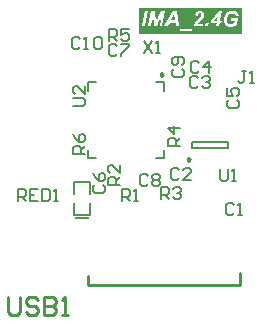
<source format=gto>
G04*
G04 #@! TF.GenerationSoftware,Altium Limited,Altium Designer,20.1.8 (145)*
G04*
G04 Layer_Color=65535*
%FSLAX25Y25*%
%MOIN*%
G70*
G04*
G04 #@! TF.SameCoordinates,CA782F3F-0D54-4404-9751-EA5AB56DA471*
G04*
G04*
G04 #@! TF.FilePolarity,Positive*
G04*
G01*
G75*
%ADD10C,0.00984*%
%ADD11C,0.00787*%
%ADD12C,0.00600*%
%ADD13C,0.01000*%
%ADD14C,0.00700*%
%ADD15R,0.04724X0.00606*%
G36*
X255306Y219516D02*
X220900D01*
Y228137D01*
X255306D01*
Y219516D01*
D02*
G37*
%LPC*%
G36*
X252253Y227137D02*
X252170D01*
X252009Y227132D01*
X251848Y227120D01*
X251698Y227093D01*
X251554Y227065D01*
X251415Y227032D01*
X251287Y226993D01*
X251171Y226954D01*
X251065Y226910D01*
X250965Y226865D01*
X250876Y226826D01*
X250804Y226787D01*
X250738Y226754D01*
X250688Y226726D01*
X250649Y226704D01*
X250627Y226688D01*
X250621Y226682D01*
X250505Y226593D01*
X250388Y226499D01*
X250283Y226393D01*
X250188Y226288D01*
X250099Y226183D01*
X250016Y226077D01*
X249939Y225972D01*
X249872Y225872D01*
X249811Y225777D01*
X249761Y225689D01*
X249711Y225605D01*
X249678Y225539D01*
X249650Y225478D01*
X249628Y225439D01*
X249617Y225411D01*
X249611Y225400D01*
X249561Y225272D01*
X249517Y225145D01*
X249472Y225017D01*
X249439Y224889D01*
X249411Y224767D01*
X249389Y224645D01*
X249367Y224534D01*
X249356Y224429D01*
X249339Y224329D01*
X249334Y224240D01*
X249328Y224162D01*
X249323Y224096D01*
X249317Y224040D01*
Y223968D01*
X249323Y223763D01*
X249345Y223574D01*
X249378Y223396D01*
X249422Y223230D01*
X249478Y223080D01*
X249533Y222941D01*
X249594Y222814D01*
X249661Y222697D01*
X249728Y222597D01*
X249789Y222508D01*
X249844Y222436D01*
X249900Y222375D01*
X249944Y222325D01*
X249977Y222292D01*
X250000Y222270D01*
X250005Y222264D01*
X250105Y222186D01*
X250216Y222126D01*
X250327Y222064D01*
X250449Y222020D01*
X250571Y221976D01*
X250693Y221942D01*
X250810Y221915D01*
X250926Y221892D01*
X251038Y221870D01*
X251137Y221859D01*
X251232Y221848D01*
X251309Y221842D01*
X251376D01*
X251426Y221837D01*
X251465D01*
X251692Y221842D01*
X251909Y221865D01*
X252114Y221892D01*
X252209Y221909D01*
X252292Y221926D01*
X252375Y221942D01*
X252447Y221959D01*
X252508Y221976D01*
X252564Y221987D01*
X252608Y221998D01*
X252636Y222009D01*
X252658Y222014D01*
X252664D01*
X252874Y222087D01*
X252974Y222126D01*
X253069Y222159D01*
X253158Y222198D01*
X253241Y222236D01*
X253319Y222270D01*
X253385Y222303D01*
X253446Y222336D01*
X253502Y222364D01*
X253552Y222392D01*
X253590Y222414D01*
X253624Y222431D01*
X253646Y222447D01*
X253657Y222453D01*
X253663Y222459D01*
X254123Y224662D01*
X251831D01*
X251654Y223807D01*
X252969D01*
X252808Y223041D01*
X252708Y222991D01*
X252603Y222952D01*
X252497Y222914D01*
X252397Y222880D01*
X252314Y222852D01*
X252281Y222841D01*
X252247Y222830D01*
X252220Y222825D01*
X252203Y222819D01*
X252192Y222814D01*
X252186D01*
X252053Y222780D01*
X251931Y222758D01*
X251809Y222742D01*
X251709Y222730D01*
X251620Y222725D01*
X251581D01*
X251554Y222719D01*
X251493D01*
X251387Y222725D01*
X251293Y222730D01*
X251204Y222747D01*
X251121Y222769D01*
X251043Y222792D01*
X250971Y222814D01*
X250910Y222841D01*
X250849Y222875D01*
X250799Y222902D01*
X250754Y222930D01*
X250716Y222952D01*
X250688Y222975D01*
X250666Y222997D01*
X250649Y223013D01*
X250638Y223019D01*
X250632Y223025D01*
X250582Y223086D01*
X250538Y223158D01*
X250494Y223230D01*
X250460Y223308D01*
X250410Y223463D01*
X250377Y223618D01*
X250360Y223691D01*
X250355Y223757D01*
X250349Y223818D01*
X250344Y223874D01*
X250338Y223918D01*
Y223951D01*
Y223974D01*
Y223979D01*
X250344Y224101D01*
X250349Y224223D01*
X250377Y224445D01*
X250394Y224556D01*
X250416Y224656D01*
X250438Y224751D01*
X250460Y224834D01*
X250483Y224912D01*
X250499Y224984D01*
X250521Y225045D01*
X250538Y225100D01*
X250555Y225139D01*
X250566Y225172D01*
X250577Y225189D01*
Y225195D01*
X250621Y225294D01*
X250677Y225389D01*
X250727Y225478D01*
X250782Y225555D01*
X250838Y225633D01*
X250893Y225700D01*
X250949Y225761D01*
X250999Y225816D01*
X251049Y225861D01*
X251093Y225905D01*
X251137Y225938D01*
X251171Y225966D01*
X251204Y225988D01*
X251226Y226005D01*
X251237Y226010D01*
X251243Y226016D01*
X251326Y226060D01*
X251404Y226105D01*
X251570Y226171D01*
X251726Y226216D01*
X251870Y226249D01*
X251937Y226260D01*
X251998Y226271D01*
X252048Y226277D01*
X252092D01*
X252131Y226282D01*
X252181D01*
X252336Y226271D01*
X252475Y226249D01*
X252597Y226210D01*
X252702Y226171D01*
X252786Y226133D01*
X252825Y226110D01*
X252852Y226094D01*
X252874Y226083D01*
X252891Y226072D01*
X252897Y226060D01*
X252902D01*
X253002Y225972D01*
X253091Y225866D01*
X253163Y225755D01*
X253224Y225655D01*
X253269Y225561D01*
X253285Y225517D01*
X253296Y225483D01*
X253308Y225450D01*
X253319Y225428D01*
X253324Y225417D01*
Y225411D01*
X254306Y225522D01*
X254268Y225666D01*
X254223Y225800D01*
X254173Y225927D01*
X254118Y226044D01*
X254062Y226149D01*
X254001Y226249D01*
X253940Y226338D01*
X253885Y226416D01*
X253824Y226488D01*
X253768Y226549D01*
X253724Y226604D01*
X253679Y226643D01*
X253641Y226677D01*
X253613Y226704D01*
X253596Y226715D01*
X253590Y226721D01*
X253485Y226793D01*
X253374Y226860D01*
X253263Y226915D01*
X253147Y226959D01*
X253024Y227004D01*
X252908Y227037D01*
X252791Y227065D01*
X252680Y227087D01*
X252575Y227104D01*
X252481Y227115D01*
X252392Y227126D01*
X252320Y227132D01*
X252253Y227137D01*
D02*
G37*
G36*
X229770Y227054D02*
X228260D01*
X226651Y223524D01*
X226490Y227054D01*
X224991D01*
X223920Y221931D01*
X224875D01*
X225685Y226210D01*
X225874Y221931D01*
X226873D01*
X228771Y226177D01*
X227888Y221931D01*
X228843D01*
X229770Y227054D01*
D02*
G37*
G36*
X248712D02*
X247841D01*
X245082Y223802D01*
X244910Y222975D01*
X246919D01*
X246703Y221931D01*
X247641D01*
X247863Y222975D01*
X248484D01*
X248668Y223818D01*
X248035D01*
X248712Y227054D01*
D02*
G37*
G36*
X244233Y222897D02*
X243240D01*
X243045Y221931D01*
X244039D01*
X244233Y222897D01*
D02*
G37*
G36*
X241358Y227076D02*
X241292D01*
X241175Y227070D01*
X241059Y227059D01*
X240948Y227043D01*
X240848Y227015D01*
X240753Y226987D01*
X240665Y226954D01*
X240581Y226921D01*
X240504Y226887D01*
X240437Y226849D01*
X240376Y226815D01*
X240326Y226782D01*
X240282Y226754D01*
X240248Y226726D01*
X240226Y226710D01*
X240210Y226699D01*
X240204Y226693D01*
X240126Y226621D01*
X240054Y226538D01*
X239993Y226454D01*
X239937Y226366D01*
X239888Y226271D01*
X239838Y226183D01*
X239799Y226094D01*
X239766Y226005D01*
X239738Y225922D01*
X239716Y225844D01*
X239693Y225777D01*
X239682Y225716D01*
X239666Y225666D01*
X239660Y225633D01*
X239654Y225605D01*
Y225600D01*
X240631Y225455D01*
X240648Y225539D01*
X240670Y225616D01*
X240687Y225689D01*
X240709Y225755D01*
X240731Y225816D01*
X240753Y225866D01*
X240776Y225916D01*
X240798Y225955D01*
X240837Y226022D01*
X240870Y226072D01*
X240892Y226094D01*
X240898Y226105D01*
X240964Y226166D01*
X241036Y226210D01*
X241109Y226244D01*
X241175Y226266D01*
X241231Y226277D01*
X241275Y226288D01*
X241314D01*
X241397Y226282D01*
X241475Y226266D01*
X241536Y226238D01*
X241591Y226210D01*
X241636Y226177D01*
X241669Y226155D01*
X241691Y226133D01*
X241697Y226127D01*
X241747Y226060D01*
X241786Y225994D01*
X241813Y225922D01*
X241836Y225855D01*
X241847Y225794D01*
X241852Y225750D01*
Y225716D01*
Y225711D01*
Y225705D01*
X241847Y225644D01*
X241836Y225583D01*
X241825Y225522D01*
X241808Y225467D01*
X241786Y225417D01*
X241775Y225378D01*
X241763Y225356D01*
X241758Y225344D01*
X241719Y225267D01*
X241669Y225189D01*
X241614Y225106D01*
X241558Y225034D01*
X241508Y224967D01*
X241464Y224917D01*
X241436Y224884D01*
X241430Y224878D01*
X241425Y224873D01*
X241397Y224839D01*
X241358Y224801D01*
X241314Y224756D01*
X241264Y224712D01*
X241159Y224601D01*
X241048Y224495D01*
X240942Y224395D01*
X240892Y224345D01*
X240853Y224307D01*
X240820Y224273D01*
X240792Y224251D01*
X240776Y224235D01*
X240770Y224229D01*
X240648Y224112D01*
X240531Y224001D01*
X240431Y223896D01*
X240337Y223807D01*
X240248Y223718D01*
X240171Y223641D01*
X240104Y223569D01*
X240043Y223507D01*
X239987Y223452D01*
X239943Y223408D01*
X239910Y223369D01*
X239877Y223335D01*
X239854Y223313D01*
X239838Y223296D01*
X239832Y223285D01*
X239826Y223280D01*
X239732Y223169D01*
X239649Y223058D01*
X239577Y222947D01*
X239516Y222852D01*
X239466Y222764D01*
X239444Y222730D01*
X239427Y222703D01*
X239410Y222675D01*
X239399Y222658D01*
X239394Y222647D01*
Y222642D01*
X239333Y222514D01*
X239288Y222386D01*
X239249Y222270D01*
X239222Y222159D01*
X239199Y222064D01*
X239194Y222026D01*
X239188Y221992D01*
X239183Y221970D01*
X239177Y221948D01*
Y221931D01*
X242291D01*
X242479Y222847D01*
X240703D01*
X240809Y222975D01*
X240853Y223030D01*
X240898Y223080D01*
X240936Y223119D01*
X240964Y223152D01*
X240986Y223174D01*
X240992Y223180D01*
X241025Y223213D01*
X241064Y223252D01*
X241153Y223341D01*
X241258Y223441D01*
X241364Y223535D01*
X241458Y223629D01*
X241503Y223668D01*
X241536Y223702D01*
X241569Y223735D01*
X241591Y223757D01*
X241608Y223768D01*
X241614Y223774D01*
X241697Y223851D01*
X241775Y223929D01*
X241847Y224001D01*
X241913Y224062D01*
X241974Y224124D01*
X242030Y224179D01*
X242080Y224229D01*
X242124Y224279D01*
X242196Y224351D01*
X242246Y224407D01*
X242274Y224440D01*
X242285Y224451D01*
X242385Y224573D01*
X242474Y224690D01*
X242546Y224801D01*
X242601Y224895D01*
X242646Y224973D01*
X242679Y225039D01*
X242690Y225061D01*
X242696Y225078D01*
X242701Y225084D01*
Y225089D01*
X242746Y225206D01*
X242774Y225311D01*
X242796Y225417D01*
X242812Y225511D01*
X242824Y225589D01*
X242829Y225650D01*
Y225700D01*
X242824Y225811D01*
X242812Y225916D01*
X242790Y226016D01*
X242762Y226105D01*
X242735Y226194D01*
X242701Y226277D01*
X242663Y226349D01*
X242624Y226421D01*
X242585Y226482D01*
X242546Y226532D01*
X242513Y226582D01*
X242485Y226615D01*
X242457Y226649D01*
X242435Y226671D01*
X242424Y226682D01*
X242418Y226688D01*
X242341Y226754D01*
X242252Y226815D01*
X242163Y226865D01*
X242069Y226915D01*
X241974Y226948D01*
X241880Y226982D01*
X241791Y227010D01*
X241702Y227026D01*
X241619Y227043D01*
X241541Y227054D01*
X241469Y227065D01*
X241408Y227070D01*
X241358Y227076D01*
D02*
G37*
G36*
X233583Y227054D02*
X232401D01*
X229515Y221931D01*
X230602D01*
X231218Y223063D01*
X233244D01*
X233416Y221931D01*
X234415D01*
X233583Y227054D01*
D02*
G37*
G36*
X224020D02*
X222966D01*
X221900Y221931D01*
X222949D01*
X224020Y227054D01*
D02*
G37*
G36*
X238778Y221154D02*
X234698D01*
Y220516D01*
X238778D01*
Y221154D01*
D02*
G37*
%LPD*%
G36*
X247097Y223818D02*
X246081D01*
X247430Y225428D01*
X247097Y223818D01*
D02*
G37*
G36*
X233117Y223918D02*
X231690D01*
X232817Y225977D01*
X233117Y223918D01*
D02*
G37*
D10*
X229159Y205817D02*
X228421Y206243D01*
Y205390D01*
X229159Y205817D01*
X238106Y177600D02*
X237367Y178026D01*
Y177174D01*
X238106Y177600D01*
D11*
X226541Y203257D02*
X229257D01*
Y200541D02*
Y203257D01*
Y177943D02*
Y180659D01*
X226541Y177943D02*
X229257D01*
X203942D02*
X206659D01*
X203942D02*
Y180659D01*
Y203257D02*
X206659D01*
X203942Y200541D02*
Y203257D01*
X238794Y183309D02*
X250606D01*
X238794Y181340D02*
X250606D01*
Y183309D01*
X238794Y181340D02*
Y183309D01*
D12*
X199400Y159000D02*
Y162925D01*
Y170000D02*
X204800D01*
X199400Y159000D02*
X204800D01*
X199400Y166075D02*
Y170000D01*
X204800Y159000D02*
Y162925D01*
Y166075D02*
Y170000D01*
D13*
X204048Y135800D02*
Y138820D01*
Y135800D02*
X254835D01*
Y139607D01*
X177273Y131799D02*
Y126801D01*
X178273Y125801D01*
X180272D01*
X181272Y126801D01*
Y131799D01*
X187270Y130799D02*
X186270Y131799D01*
X184271D01*
X183271Y130799D01*
Y129800D01*
X184271Y128800D01*
X186270D01*
X187270Y127800D01*
Y126801D01*
X186270Y125801D01*
X184271D01*
X183271Y126801D01*
X189269Y131799D02*
Y125801D01*
X192269D01*
X193268Y126801D01*
Y127800D01*
X192269Y128800D01*
X189269D01*
X192269D01*
X193268Y129800D01*
Y130799D01*
X192269Y131799D01*
X189269D01*
X195267Y125801D02*
X197267D01*
X196267D01*
Y131799D01*
X195267Y130799D01*
D14*
X213634Y215233D02*
X212967Y215899D01*
X211634D01*
X210968Y215233D01*
Y212567D01*
X211634Y211901D01*
X212967D01*
X213634Y212567D01*
X214967Y215899D02*
X217632D01*
Y215233D01*
X214967Y212567D01*
Y211901D01*
X210968Y217101D02*
Y221099D01*
X212967D01*
X213634Y220433D01*
Y219100D01*
X212967Y218434D01*
X210968D01*
X212301D02*
X213634Y217101D01*
X217632Y221099D02*
X214967D01*
Y219100D01*
X216299Y219766D01*
X216966D01*
X217632Y219100D01*
Y217767D01*
X216966Y217101D01*
X215633D01*
X214967Y217767D01*
X198909Y195451D02*
X202242D01*
X202908Y196118D01*
Y197451D01*
X202242Y198117D01*
X198909D01*
X202908Y202116D02*
Y199450D01*
X200242Y202116D01*
X199576D01*
X198909Y201449D01*
Y200116D01*
X199576Y199450D01*
X201367Y217633D02*
X200701Y218299D01*
X199368D01*
X198702Y217633D01*
Y214967D01*
X199368Y214301D01*
X200701D01*
X201367Y214967D01*
X202700Y214301D02*
X204033D01*
X203367D01*
Y218299D01*
X202700Y217633D01*
X206033D02*
X206699Y218299D01*
X208032D01*
X208698Y217633D01*
Y214967D01*
X208032Y214301D01*
X206699D01*
X206033Y214967D01*
Y217633D01*
X222534Y216899D02*
X225200Y212901D01*
Y216899D02*
X222534Y212901D01*
X226533D02*
X227866D01*
X227199D01*
Y216899D01*
X226533Y216233D01*
X256800Y206899D02*
X255467D01*
X256134D01*
Y203567D01*
X255467Y202901D01*
X254801D01*
X254134Y203567D01*
X258133Y202901D02*
X259466D01*
X258799D01*
Y206899D01*
X258133Y206233D01*
X248034Y174499D02*
Y171167D01*
X248701Y170501D01*
X250034D01*
X250700Y171167D01*
Y174499D01*
X252033Y170501D02*
X253366D01*
X252699D01*
Y174499D01*
X252033Y173833D01*
X234799Y182068D02*
X230801D01*
Y184067D01*
X231467Y184733D01*
X232800D01*
X233466Y184067D01*
Y182068D01*
Y183401D02*
X234799Y184733D01*
Y188066D02*
X230801D01*
X232800Y186066D01*
Y188732D01*
X251167Y197233D02*
X250501Y196567D01*
Y195234D01*
X251167Y194568D01*
X253833D01*
X254499Y195234D01*
Y196567D01*
X253833Y197233D01*
X250501Y201232D02*
Y198566D01*
X252500D01*
X251834Y199899D01*
Y200566D01*
X252500Y201232D01*
X253833D01*
X254499Y200566D01*
Y199233D01*
X253833Y198566D01*
X241034Y209733D02*
X240367Y210399D01*
X239034D01*
X238368Y209733D01*
Y207067D01*
X239034Y206401D01*
X240367D01*
X241034Y207067D01*
X244366Y206401D02*
Y210399D01*
X242367Y208400D01*
X245032D01*
X232767Y207834D02*
X232101Y207167D01*
Y205834D01*
X232767Y205168D01*
X235433D01*
X236099Y205834D01*
Y207167D01*
X235433Y207834D01*
Y209167D02*
X236099Y209833D01*
Y211166D01*
X235433Y211832D01*
X232767D01*
X232101Y211166D01*
Y209833D01*
X232767Y209167D01*
X233434D01*
X234100Y209833D01*
Y211832D01*
X202899Y179418D02*
X198901D01*
Y181417D01*
X199567Y182083D01*
X200900D01*
X201567Y181417D01*
Y179418D01*
Y180751D02*
X202899Y182083D01*
X198901Y186082D02*
X199567Y184749D01*
X200900Y183416D01*
X202233D01*
X202899Y184083D01*
Y185416D01*
X202233Y186082D01*
X201567D01*
X200900Y185416D01*
Y183416D01*
X206367Y169133D02*
X205701Y168467D01*
Y167134D01*
X206367Y166468D01*
X209033D01*
X209699Y167134D01*
Y168467D01*
X209033Y169133D01*
X205701Y173132D02*
X206367Y171799D01*
X207700Y170466D01*
X209033D01*
X209699Y171133D01*
Y172466D01*
X209033Y173132D01*
X208366D01*
X207700Y172466D01*
Y170466D01*
X215334Y163601D02*
Y167599D01*
X217334D01*
X218000Y166933D01*
Y165600D01*
X217334Y164934D01*
X215334D01*
X216667D02*
X218000Y163601D01*
X219333D02*
X220666D01*
X219999D01*
Y167599D01*
X219333Y166933D01*
X180535Y163601D02*
Y167599D01*
X182535D01*
X183201Y166933D01*
Y165600D01*
X182535Y164934D01*
X180535D01*
X181868D02*
X183201Y163601D01*
X187200Y167599D02*
X184534D01*
Y163601D01*
X187200D01*
X184534Y165600D02*
X185867D01*
X188533Y167599D02*
Y163601D01*
X190532D01*
X191199Y164267D01*
Y166933D01*
X190532Y167599D01*
X188533D01*
X192532Y163601D02*
X193865D01*
X193198D01*
Y167599D01*
X192532Y166933D01*
X214662Y169205D02*
X210664D01*
Y171204D01*
X211330Y171871D01*
X212663D01*
X213329Y171204D01*
Y169205D01*
Y170538D02*
X214662Y171871D01*
Y175869D02*
Y173204D01*
X211997Y175869D01*
X211330D01*
X210664Y175203D01*
Y173870D01*
X211330Y173204D01*
X223934Y172033D02*
X223267Y172699D01*
X221934D01*
X221268Y172033D01*
Y169367D01*
X221934Y168701D01*
X223267D01*
X223934Y169367D01*
X225267Y172033D02*
X225933Y172699D01*
X227266D01*
X227932Y172033D01*
Y171367D01*
X227266Y170700D01*
X227932Y170034D01*
Y169367D01*
X227266Y168701D01*
X225933D01*
X225267Y169367D01*
Y170034D01*
X225933Y170700D01*
X225267Y171367D01*
Y172033D01*
X225933Y170700D02*
X227266D01*
X234234Y173933D02*
X233567Y174599D01*
X232234D01*
X231568Y173933D01*
Y171267D01*
X232234Y170601D01*
X233567D01*
X234234Y171267D01*
X238232Y170601D02*
X235566D01*
X238232Y173266D01*
Y173933D01*
X237566Y174599D01*
X236233D01*
X235566Y173933D01*
X252800Y162233D02*
X252134Y162899D01*
X250801D01*
X250134Y162233D01*
Y159567D01*
X250801Y158901D01*
X252134D01*
X252800Y159567D01*
X254133Y158901D02*
X255466D01*
X254799D01*
Y162899D01*
X254133Y162233D01*
X228368Y164301D02*
Y168299D01*
X230367D01*
X231034Y167633D01*
Y166300D01*
X230367Y165633D01*
X228368D01*
X229701D02*
X231034Y164301D01*
X232366Y167633D02*
X233033Y168299D01*
X234366D01*
X235032Y167633D01*
Y166966D01*
X234366Y166300D01*
X233699D01*
X234366D01*
X235032Y165633D01*
Y164967D01*
X234366Y164301D01*
X233033D01*
X232366Y164967D01*
X240834Y204633D02*
X240167Y205299D01*
X238834D01*
X238168Y204633D01*
Y201967D01*
X238834Y201301D01*
X240167D01*
X240834Y201967D01*
X242166Y204633D02*
X242833Y205299D01*
X244166D01*
X244832Y204633D01*
Y203966D01*
X244166Y203300D01*
X243499D01*
X244166D01*
X244832Y202634D01*
Y201967D01*
X244166Y201301D01*
X242833D01*
X242166Y201967D01*
D15*
X202100Y157903D02*
D03*
M02*

</source>
